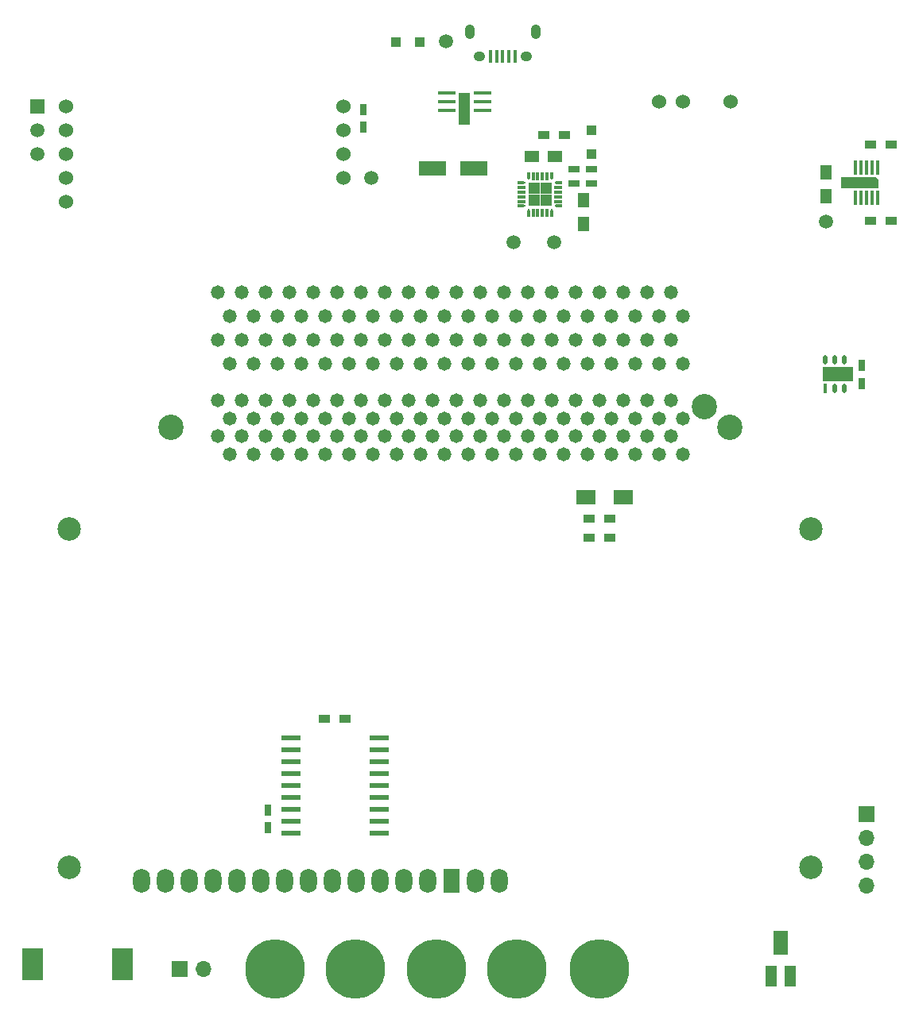
<source format=gbr>
G04 #@! TF.FileFunction,Soldermask,Top*
%FSLAX46Y46*%
G04 Gerber Fmt 4.6, Leading zero omitted, Abs format (unit mm)*
G04 Created by KiCad (PCBNEW 4.0.7) date Wed Feb 21 10:35:18 2018*
%MOMM*%
%LPD*%
G01*
G04 APERTURE LIST*
%ADD10C,0.025400*%
%ADD11R,3.700000X1.200000*%
%ADD12R,0.400000X1.600000*%
%ADD13R,0.300000X0.900000*%
%ADD14R,0.450000X1.000000*%
%ADD15R,3.250000X1.600000*%
%ADD16O,0.450000X1.000000*%
%ADD17R,1.300000X3.500000*%
%ADD18R,1.950000X0.400000*%
%ADD19R,2.000000X1.600000*%
%ADD20O,1.800000X2.600000*%
%ADD21C,2.500000*%
%ADD22R,1.800000X2.600000*%
%ADD23R,1.500000X1.250000*%
%ADD24R,1.200000X0.750000*%
%ADD25R,1.250000X1.500000*%
%ADD26R,0.750000X1.200000*%
%ADD27R,1.000000X1.000000*%
%ADD28C,1.500000*%
%ADD29R,1.500000X1.500000*%
%ADD30R,1.200000X0.900000*%
%ADD31R,1.600000X2.500000*%
%ADD32R,1.200000X2.200000*%
%ADD33R,2.000000X0.600000*%
%ADD34R,2.200000X3.400000*%
%ADD35R,3.000000X1.600000*%
%ADD36C,1.473200*%
%ADD37R,0.700000X0.300000*%
%ADD38R,0.850000X0.300000*%
%ADD39R,0.300000X0.700000*%
%ADD40R,0.300000X0.850000*%
%ADD41R,1.300000X1.300000*%
%ADD42C,0.300000*%
%ADD43R,1.700000X1.700000*%
%ADD44O,1.700000X1.700000*%
%ADD45C,1.524000*%
%ADD46C,6.350000*%
%ADD47R,0.400000X1.350000*%
%ADD48O,1.250000X1.054100*%
%ADD49O,1.054100X1.550000*%
%ADD50C,2.705100*%
G04 APERTURE END LIST*
D10*
D11*
X187568000Y-48006000D03*
D12*
X189668000Y-46406000D03*
D13*
X189568000Y-48156000D03*
D10*
G36*
X189118187Y-47701200D02*
X189418000Y-47401387D01*
X189717813Y-47701200D01*
X189418000Y-48001013D01*
X189118187Y-47701200D01*
X189118187Y-47701200D01*
G37*
D12*
X189068000Y-46406000D03*
X188468000Y-46406000D03*
X187868000Y-46406000D03*
X187268000Y-46406000D03*
X189668000Y-49606000D03*
X189068000Y-49606000D03*
X188468000Y-49606000D03*
X187868000Y-49606000D03*
X187268000Y-49606000D03*
D14*
X184045000Y-69978000D03*
D15*
X185420000Y-68453000D03*
D16*
X184045000Y-66928000D03*
X185045000Y-69978000D03*
X185045000Y-66928000D03*
X186045000Y-69978000D03*
X186045000Y-66928000D03*
D17*
X145641000Y-40120000D03*
D18*
X143716000Y-38420000D03*
X143716000Y-39370000D03*
X143716000Y-40320000D03*
X147566000Y-38420000D03*
X147566000Y-39370000D03*
X147566000Y-40320000D03*
D19*
X158528000Y-81534000D03*
X162528000Y-81534000D03*
D20*
X111252001Y-122428000D03*
D21*
X103552001Y-120968000D03*
X182552001Y-84968000D03*
X182552001Y-120968000D03*
D20*
X113792001Y-122428000D03*
X116332001Y-122428000D03*
X118872001Y-122428000D03*
X121412001Y-122428000D03*
X123952001Y-122428000D03*
X126492001Y-122428000D03*
X129032001Y-122428000D03*
X131572001Y-122428000D03*
X134112001Y-122428000D03*
X136652001Y-122428000D03*
X139192001Y-122428000D03*
X141732001Y-122428000D03*
D22*
X144272001Y-122428000D03*
D20*
X146812001Y-122428000D03*
X149352001Y-122428000D03*
D21*
X103552001Y-84968000D03*
D23*
X155301000Y-45212000D03*
X152801000Y-45212000D03*
D24*
X157292000Y-46583600D03*
X159192000Y-46583600D03*
D25*
X158292800Y-49905601D03*
X158292800Y-52405601D03*
D24*
X157292000Y-48082201D03*
X159192000Y-48082201D03*
D26*
X124714000Y-116774000D03*
X124714000Y-114874000D03*
X134874000Y-40198000D03*
X134874000Y-42098000D03*
D25*
X184151194Y-46930644D03*
X184151194Y-49430644D03*
D26*
X187960000Y-67503000D03*
X187960000Y-69403000D03*
D27*
X159131000Y-42438000D03*
X159131000Y-44938000D03*
D28*
X184150000Y-52171600D03*
D29*
X100177599Y-39928800D03*
D30*
X154094000Y-42926000D03*
X156294000Y-42926000D03*
X158920000Y-85852000D03*
X161120000Y-85852000D03*
X158920000Y-83820000D03*
X161120000Y-83820000D03*
X130726000Y-105156000D03*
X132926000Y-105156000D03*
X191092000Y-52044600D03*
X188892000Y-52044600D03*
D31*
X179308000Y-129088000D03*
D32*
X178308000Y-132588000D03*
X180308000Y-132588000D03*
D33*
X136526000Y-117348000D03*
X136526000Y-116078000D03*
X136526000Y-114808000D03*
X136526000Y-113538000D03*
X136526000Y-112268000D03*
X136526000Y-110998000D03*
X136526000Y-109728000D03*
X136526000Y-108458000D03*
X136526000Y-107188000D03*
X127126000Y-107188000D03*
X127126000Y-108458000D03*
X127126000Y-109728000D03*
X127126000Y-110998000D03*
X127126000Y-112268000D03*
X127126000Y-113538000D03*
X127126000Y-114808000D03*
X127126000Y-116078000D03*
X127126000Y-117348000D03*
D27*
X138348400Y-33045400D03*
X140848400Y-33045400D03*
D34*
X99594000Y-131318000D03*
X109194000Y-131318000D03*
D28*
X143637000Y-32969200D03*
X155194000Y-54356000D03*
X150876000Y-54356000D03*
X135737600Y-47548800D03*
X100177600Y-45008800D03*
X100177600Y-42468800D03*
D30*
X191092000Y-43942000D03*
X188892000Y-43942000D03*
D35*
X142224400Y-46532800D03*
X146624400Y-46532800D03*
D36*
X166370000Y-67310000D03*
X167640000Y-64770000D03*
X168910000Y-67310000D03*
X149860000Y-64770000D03*
X143510000Y-67310000D03*
X146050000Y-67310000D03*
X144780000Y-64770000D03*
X147320000Y-64770000D03*
X148590000Y-67310000D03*
X151130000Y-67310000D03*
X161290000Y-67310000D03*
X160020000Y-64770000D03*
X165100000Y-64770000D03*
X162560000Y-64770000D03*
X163830000Y-67310000D03*
X157480000Y-64770000D03*
X152400000Y-64770000D03*
X154940000Y-64770000D03*
X156210000Y-67310000D03*
X153670000Y-67310000D03*
X158750000Y-67310000D03*
X137160000Y-64770000D03*
X133350000Y-67310000D03*
X134620000Y-64770000D03*
X135890000Y-67310000D03*
X138430000Y-67310000D03*
X142240000Y-64770000D03*
X139700000Y-64770000D03*
X140970000Y-67310000D03*
X125730000Y-67310000D03*
X120650000Y-67310000D03*
X121920000Y-64770000D03*
X124460000Y-64770000D03*
X123190000Y-67310000D03*
X119380000Y-64770000D03*
X128270000Y-67310000D03*
X127000000Y-64770000D03*
X129540000Y-64770000D03*
X132080000Y-64770000D03*
X130810000Y-67310000D03*
X148590000Y-62230000D03*
X149860000Y-59690000D03*
X146050000Y-62230000D03*
X147320000Y-59690000D03*
X144780000Y-59690000D03*
X161290000Y-62230000D03*
X160020000Y-59690000D03*
X162560000Y-59690000D03*
X158750000Y-62230000D03*
X163830000Y-62230000D03*
X157480000Y-59690000D03*
X151130000Y-62230000D03*
X152400000Y-59690000D03*
X154940000Y-59690000D03*
X156210000Y-62230000D03*
X153670000Y-62230000D03*
X165100000Y-59690000D03*
X166370000Y-62230000D03*
X167640000Y-59690000D03*
X168910000Y-62230000D03*
X128270000Y-62230000D03*
X127000000Y-59690000D03*
X129540000Y-59690000D03*
X125730000Y-62230000D03*
X130810000Y-62230000D03*
X137160000Y-59690000D03*
X135890000Y-62230000D03*
X134620000Y-59690000D03*
X133350000Y-62230000D03*
X132080000Y-59690000D03*
X140970000Y-62230000D03*
X142240000Y-59690000D03*
X139700000Y-59690000D03*
X138430000Y-62230000D03*
X143510000Y-62230000D03*
X124460000Y-59690000D03*
X119380000Y-59690000D03*
X120650000Y-62230000D03*
X121920000Y-59690000D03*
X123190000Y-62230000D03*
D37*
X155709999Y-50511000D03*
D38*
X155634999Y-50011000D03*
X155634999Y-49511000D03*
X155634999Y-49011000D03*
X155634999Y-48511000D03*
D37*
X155709999Y-48011000D03*
D39*
X154934999Y-47236000D03*
D40*
X154434999Y-47311000D03*
X153934999Y-47311000D03*
X153434999Y-47311000D03*
X152934999Y-47311000D03*
D39*
X152434999Y-47236000D03*
D37*
X151659999Y-48011000D03*
D38*
X151734999Y-48511000D03*
X151734999Y-49011000D03*
X151734999Y-49511000D03*
X151734999Y-50011000D03*
D37*
X151659999Y-50511000D03*
D39*
X152434999Y-51286000D03*
D40*
X152934999Y-51211000D03*
X153434999Y-51211000D03*
X153934999Y-51211000D03*
X154434999Y-51211000D03*
D39*
X154934999Y-51286000D03*
D41*
X153034999Y-48611000D03*
X153034999Y-49911000D03*
X154334999Y-48611000D03*
X154334999Y-49911000D03*
D42*
X152434999Y-50936000D03*
X152009999Y-50511000D03*
X152009999Y-48011000D03*
X152434999Y-47586000D03*
X155359999Y-48011000D03*
X154934999Y-47586000D03*
X154934999Y-50936000D03*
X155359999Y-50511000D03*
D43*
X188468000Y-115316000D03*
D44*
X188468000Y-117856000D03*
X188468000Y-120396000D03*
X188468000Y-122936000D03*
D45*
X103187599Y-50088800D03*
X132727599Y-47548800D03*
X132727599Y-45008800D03*
X132727599Y-42468800D03*
X132727599Y-39928800D03*
X103187599Y-47548800D03*
X103187599Y-45008800D03*
X103187599Y-42468800D03*
X103187599Y-39928800D03*
D43*
X115316000Y-131826000D03*
D44*
X117856000Y-131826000D03*
D46*
X125476000Y-131826000D03*
X134048500Y-131826000D03*
X142621000Y-131826000D03*
X160020000Y-131826000D03*
X151193500Y-131826000D03*
D47*
X151007600Y-34598600D03*
X150357600Y-34598600D03*
X149707600Y-34598600D03*
X149057600Y-34598600D03*
X148407600Y-34598600D03*
D48*
X152207600Y-34598600D03*
X147207600Y-34598600D03*
D49*
X153207600Y-31898600D03*
X146207600Y-31898600D03*
D45*
X166370000Y-39370000D03*
X168910000Y-39370000D03*
X173990000Y-39370000D03*
D50*
X114350800Y-74091800D03*
X173888400Y-74091800D03*
D36*
X119380000Y-71247000D03*
X119380000Y-75057000D03*
D50*
X171196000Y-71882000D03*
D36*
X121920000Y-71247000D03*
X124460000Y-71247000D03*
X127000000Y-71247000D03*
X129540000Y-71247000D03*
X132080000Y-71247000D03*
X134620000Y-71247000D03*
X137160000Y-71247000D03*
X139700000Y-71247000D03*
X142240000Y-71247000D03*
X144780000Y-71247000D03*
X147320000Y-71247000D03*
X149860000Y-71247000D03*
X152400000Y-71247000D03*
X154940000Y-71247000D03*
X157480000Y-71247000D03*
X160020000Y-71247000D03*
X162560000Y-71247000D03*
X165100000Y-71247000D03*
X167640000Y-71247000D03*
X120650000Y-73152000D03*
X123190000Y-73152000D03*
X125730000Y-73152000D03*
X128270000Y-73152000D03*
X130810000Y-73152000D03*
X133350000Y-73152000D03*
X135890000Y-73152000D03*
X138430000Y-73152000D03*
X140970000Y-73152000D03*
X143510000Y-73152000D03*
X146050000Y-73152000D03*
X148590000Y-73152000D03*
X151130000Y-73152000D03*
X153670000Y-73152000D03*
X156210000Y-73152000D03*
X158750000Y-73152000D03*
X161290000Y-73152000D03*
X163830000Y-73152000D03*
X166370000Y-73152000D03*
X168910000Y-73152000D03*
X121920000Y-75057000D03*
X124460000Y-75057000D03*
X127000000Y-75057000D03*
X129540000Y-75057000D03*
X132080000Y-75057000D03*
X134620000Y-75057000D03*
X137160000Y-75057000D03*
X139700000Y-75057000D03*
X142240000Y-75057000D03*
X144780000Y-75057000D03*
X147320000Y-75057000D03*
X149860000Y-75057000D03*
X152400000Y-75057000D03*
X154940000Y-75057000D03*
X157480000Y-75057000D03*
X160020000Y-75057000D03*
X162560000Y-75057000D03*
X165100000Y-75057000D03*
X167640000Y-75057000D03*
X120650000Y-76962000D03*
X123190000Y-76962000D03*
X125730000Y-76962000D03*
X128270000Y-76962000D03*
X130810000Y-76962000D03*
X133350000Y-76962000D03*
X135890000Y-76962000D03*
X138430000Y-76962000D03*
X140970000Y-76962000D03*
X143510000Y-76962000D03*
X146050000Y-76962000D03*
X148590000Y-76962000D03*
X151130000Y-76962000D03*
X153670000Y-76962000D03*
X156210000Y-76962000D03*
X158750000Y-76962000D03*
X161290000Y-76962000D03*
X163830000Y-76962000D03*
X166370000Y-76962000D03*
X168910000Y-76962000D03*
M02*

</source>
